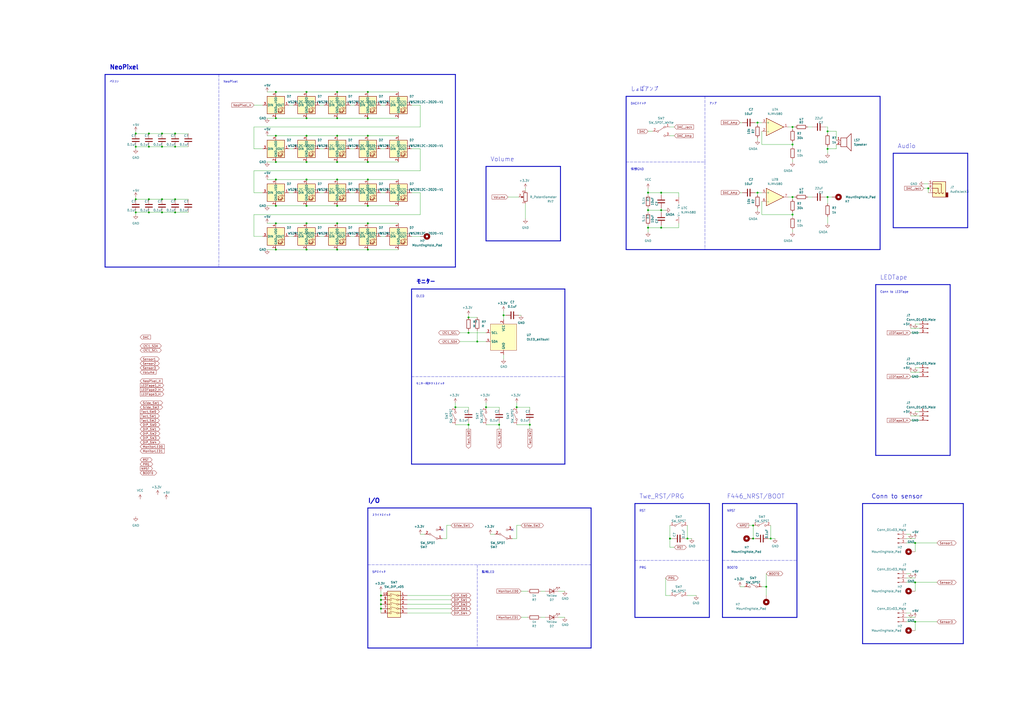
<source format=kicad_sch>
(kicad_sch (version 20211123) (generator eeschema)
  (paper "A2")
  (junction (at 78.74 85.09))
  (junction (at 292.1 182.88))
  (junction (at 93.98 85.09))
  (junction (at 459.74 73.66))
  (junction (at 375.92 121.92))
  (junction (at 220.98 350.52))
  (junction (at 160.02 93.98))
  (junction (at 177.8 119.38))
  (junction (at 101.6 85.09))
  (junction (at 289.56 246.38))
  (junction (at 195.58 129.54))
  (junction (at 93.98 123.19))
  (junction (at 160.02 53.34))
  (junction (at 177.8 129.54))
  (junction (at 281.94 236.22))
  (junction (at 195.58 78.74))
  (junction (at 213.36 119.38))
  (junction (at 271.78 184.15))
  (junction (at 444.5 340.36))
  (junction (at 160.02 104.14))
  (junction (at 93.98 77.47))
  (junction (at 530.86 360.68))
  (junction (at 177.8 68.58))
  (junction (at 78.74 115.57))
  (junction (at 213.36 129.54))
  (junction (at 271.78 246.38))
  (junction (at 86.36 115.57))
  (junction (at 220.98 353.06))
  (junction (at 220.98 345.44))
  (junction (at 383.54 121.92))
  (junction (at 195.58 68.58))
  (junction (at 447.04 312.42))
  (junction (at 276.86 198.12))
  (junction (at 307.34 246.38))
  (junction (at 375.92 132.08))
  (junction (at 459.74 114.3))
  (junction (at 213.36 68.58))
  (junction (at 86.36 123.19))
  (junction (at 375.92 111.76))
  (junction (at 264.16 236.22))
  (junction (at 538.48 109.22))
  (junction (at 86.36 85.09))
  (junction (at 160.02 78.74))
  (junction (at 101.6 123.19))
  (junction (at 299.72 236.22))
  (junction (at 439.42 111.76))
  (junction (at 177.8 144.78))
  (junction (at 160.02 119.38))
  (junction (at 177.8 104.14))
  (junction (at 480.06 114.3))
  (junction (at 383.54 111.76))
  (junction (at 78.74 77.47))
  (junction (at 78.74 123.19))
  (junction (at 213.36 53.34))
  (junction (at 93.98 115.57))
  (junction (at 439.42 71.12))
  (junction (at 530.86 337.82))
  (junction (at 195.58 119.38))
  (junction (at 160.02 68.58))
  (junction (at 480.06 76.2))
  (junction (at 388.62 312.42))
  (junction (at 177.8 78.74))
  (junction (at 86.36 77.47))
  (junction (at 213.36 78.74))
  (junction (at 195.58 144.78))
  (junction (at 177.8 53.34))
  (junction (at 195.58 53.34))
  (junction (at 213.36 93.98))
  (junction (at 398.78 312.42))
  (junction (at 459.74 83.82))
  (junction (at 101.6 77.47))
  (junction (at 530.86 314.96))
  (junction (at 160.02 129.54))
  (junction (at 213.36 104.14))
  (junction (at 195.58 104.14))
  (junction (at 101.6 115.57))
  (junction (at 177.8 93.98))
  (junction (at 480.06 86.36))
  (junction (at 383.54 132.08))
  (junction (at 459.74 124.46))
  (junction (at 220.98 347.98))
  (junction (at 195.58 93.98))
  (junction (at 271.78 193.04))
  (junction (at 436.88 312.42))
  (junction (at 160.02 144.78))
  (junction (at 213.36 144.78))
  (junction (at 436.88 304.8))
  (no_connect (at 256.54 307.34))
  (no_connect (at 297.18 307.34))
  (wire (pts (xy 375.92 121.92) (xy 383.54 121.92)))
  (wire (pts (xy 300.99 182.88) (xy 302.26 182.88)))
  (wire (pts (xy 147.32 86.36) (xy 152.4 86.36)))
  (wire (pts (xy 185.42 60.96) (xy 187.96 60.96)))
  (wire (pts (xy 101.6 77.47) (xy 109.22 77.47)))
  (wire (pts (xy 302.26 342.9) (xy 306.07 342.9)))
  (polyline (pts (xy 518.16 132.08) (xy 561.34 132.08)) (stroke (width 0.5) (type solid)))
  (wire (pts (xy 266.7 198.12) (xy 276.86 198.12)))
  (polyline (pts (xy 510.54 144.78) (xy 363.22 144.78)) (stroke (width 0.5) (type solid)))
  (wire (pts (xy 213.36 68.58) (xy 231.14 68.58)))
  (wire (pts (xy 220.98 137.16) (xy 223.52 137.16)))
  (wire (pts (xy 292.1 205.74) (xy 292.1 208.28)))
  (wire (pts (xy 160.02 93.98) (xy 177.8 93.98)))
  (wire (pts (xy 78.74 123.19) (xy 78.74 124.46)))
  (wire (pts (xy 147.32 73.66) (xy 147.32 86.36)))
  (wire (pts (xy 444.5 340.36) (xy 441.96 340.36)))
  (wire (pts (xy 160.02 119.38) (xy 177.8 119.38)))
  (wire (pts (xy 167.64 86.36) (xy 170.18 86.36)))
  (wire (pts (xy 281.94 233.68) (xy 281.94 236.22)))
  (wire (pts (xy 530.86 335.28) (xy 525.78 335.28)))
  (wire (pts (xy 195.58 144.78) (xy 213.36 144.78)))
  (wire (pts (xy 383.54 111.76) (xy 383.54 113.03)))
  (wire (pts (xy 195.58 129.54) (xy 213.36 129.54)))
  (wire (pts (xy 439.42 120.65) (xy 439.42 121.92)))
  (wire (pts (xy 398.78 304.8) (xy 398.78 312.42)))
  (polyline (pts (xy 419.1 358.14) (xy 462.28 358.14)) (stroke (width 0.5) (type solid)))
  (wire (pts (xy 271.78 236.22) (xy 271.78 237.49)))
  (wire (pts (xy 391.16 317.5) (xy 388.62 317.5)))
  (wire (pts (xy 383.54 120.65) (xy 383.54 121.92)))
  (wire (pts (xy 271.78 193.04) (xy 281.94 193.04)))
  (wire (pts (xy 530.86 213.36) (xy 533.4 213.36)))
  (wire (pts (xy 147.32 137.16) (xy 152.4 137.16)))
  (wire (pts (xy 147.32 124.46) (xy 147.32 137.16)))
  (wire (pts (xy 154.94 78.74) (xy 160.02 78.74)))
  (wire (pts (xy 238.76 86.36) (xy 243.84 86.36)))
  (wire (pts (xy 304.8 118.11) (xy 304.8 127)))
  (wire (pts (xy 398.78 312.42) (xy 397.51 312.42)))
  (wire (pts (xy 238.76 60.96) (xy 243.84 60.96)))
  (wire (pts (xy 383.54 121.92) (xy 383.54 123.19)))
  (polyline (pts (xy 60.96 154.94) (xy 264.16 154.94)) (stroke (width 0.5) (type solid)))
  (wire (pts (xy 459.74 73.66) (xy 461.01 73.66)))
  (wire (pts (xy 78.74 114.3) (xy 78.74 115.57)))
  (wire (pts (xy 528.32 241.3) (xy 533.4 241.3)))
  (wire (pts (xy 289.56 236.22) (xy 289.56 237.49)))
  (wire (pts (xy 264.16 233.68) (xy 264.16 236.22)))
  (wire (pts (xy 177.8 119.38) (xy 195.58 119.38)))
  (polyline (pts (xy 213.36 294.64) (xy 342.9 294.64)) (stroke (width 0.5) (type solid)))
  (wire (pts (xy 236.22 353.06) (xy 261.62 353.06)))
  (polyline (pts (xy 281.94 96.52) (xy 325.12 96.52)) (stroke (width 0.5) (type solid)))
  (wire (pts (xy 307.34 246.38) (xy 299.72 246.38)))
  (polyline (pts (xy 264.16 154.94) (xy 264.16 43.18)) (stroke (width 0.5) (type solid)))
  (wire (pts (xy 429.26 111.76) (xy 430.53 111.76)))
  (polyline (pts (xy 500.38 292.1) (xy 558.8 292.1)) (stroke (width 0.5) (type solid)))
  (wire (pts (xy 441.96 124.46) (xy 459.74 124.46)))
  (wire (pts (xy 78.74 123.19) (xy 86.36 123.19)))
  (wire (pts (xy 203.2 111.76) (xy 205.74 111.76)))
  (wire (pts (xy 393.7 132.08) (xy 383.54 132.08)))
  (wire (pts (xy 177.8 68.58) (xy 195.58 68.58)))
  (wire (pts (xy 459.74 114.3) (xy 461.01 114.3)))
  (wire (pts (xy 447.04 304.8) (xy 447.04 312.42)))
  (wire (pts (xy 459.74 83.82) (xy 459.74 82.55)))
  (wire (pts (xy 292.1 182.88) (xy 292.1 185.42)))
  (wire (pts (xy 375.92 120.65) (xy 375.92 121.92)))
  (polyline (pts (xy 281.94 96.52) (xy 281.94 139.7)) (stroke (width 0.5) (type solid)))
  (polyline (pts (xy 127 43.18) (xy 127 154.94)))
  (wire (pts (xy 284.48 309.88) (xy 287.02 309.88)))
  (wire (pts (xy 236.22 350.52) (xy 261.62 350.52)))
  (wire (pts (xy 154.94 53.34) (xy 160.02 53.34)))
  (wire (pts (xy 375.92 111.76) (xy 375.92 113.03)))
  (wire (pts (xy 313.69 342.9) (xy 316.23 342.9)))
  (wire (pts (xy 307.34 236.22) (xy 299.72 236.22)))
  (wire (pts (xy 480.06 76.2) (xy 480.06 77.47)))
  (wire (pts (xy 438.15 111.76) (xy 439.42 111.76)))
  (wire (pts (xy 101.6 123.19) (xy 109.22 123.19)))
  (wire (pts (xy 441.96 83.82) (xy 459.74 83.82)))
  (polyline (pts (xy 508 165.1) (xy 551.18 165.1)) (stroke (width 0.5) (type solid)))
  (wire (pts (xy 185.42 86.36) (xy 187.96 86.36)))
  (wire (pts (xy 213.36 104.14) (xy 231.14 104.14)))
  (wire (pts (xy 160.02 68.58) (xy 177.8 68.58)))
  (polyline (pts (xy 325.12 139.7) (xy 325.12 96.52)) (stroke (width 0.5) (type solid)))
  (polyline (pts (xy 238.76 218.44) (xy 327.66 218.44)))
  (wire (pts (xy 535.94 106.68) (xy 538.48 106.68)))
  (wire (pts (xy 459.74 83.82) (xy 459.74 85.09)))
  (wire (pts (xy 177.8 53.34) (xy 195.58 53.34)))
  (polyline (pts (xy 419.1 292.1) (xy 462.28 292.1)) (stroke (width 0.5) (type solid)))
  (polyline (pts (xy 368.3 325.12) (xy 411.48 325.12)))
  (wire (pts (xy 528.32 215.9) (xy 533.4 215.9)))
  (wire (pts (xy 167.64 111.76) (xy 170.18 111.76)))
  (polyline (pts (xy 60.96 43.18) (xy 264.16 43.18)) (stroke (width 0.5) (type solid)))
  (wire (pts (xy 459.74 124.46) (xy 459.74 125.73)))
  (wire (pts (xy 530.86 314.96) (xy 530.86 320.04)))
  (wire (pts (xy 297.18 312.42) (xy 299.72 312.42)))
  (wire (pts (xy 256.54 312.42) (xy 259.08 312.42)))
  (wire (pts (xy 160.02 104.14) (xy 177.8 104.14)))
  (wire (pts (xy 468.63 114.3) (xy 471.17 114.3)))
  (polyline (pts (xy 518.16 88.9) (xy 561.34 88.9)) (stroke (width 0.5) (type solid)))
  (polyline (pts (xy 368.3 358.14) (xy 411.48 358.14)) (stroke (width 0.5) (type solid)))
  (wire (pts (xy 276.86 198.12) (xy 281.94 198.12)))
  (wire (pts (xy 195.58 78.74) (xy 213.36 78.74)))
  (wire (pts (xy 393.7 111.76) (xy 383.54 111.76)))
  (wire (pts (xy 530.86 337.82) (xy 530.86 342.9)))
  (wire (pts (xy 528.32 309.88) (xy 525.78 309.88)))
  (wire (pts (xy 195.58 68.58) (xy 213.36 68.58)))
  (wire (pts (xy 530.86 238.76) (xy 533.4 238.76)))
  (wire (pts (xy 478.79 73.66) (xy 480.06 73.66)))
  (wire (pts (xy 289.56 236.22) (xy 281.94 236.22)))
  (wire (pts (xy 439.42 111.76) (xy 439.42 113.03)))
  (wire (pts (xy 203.2 60.96) (xy 205.74 60.96)))
  (polyline (pts (xy 213.36 375.92) (xy 213.36 294.64)) (stroke (width 0.5) (type solid)))
  (wire (pts (xy 441.96 116.84) (xy 441.96 124.46)))
  (polyline (pts (xy 561.34 132.08) (xy 561.34 88.9)) (stroke (width 0.5) (type solid)))
  (wire (pts (xy 289.56 246.38) (xy 289.56 245.11)))
  (wire (pts (xy 220.98 345.44) (xy 220.98 347.98)))
  (wire (pts (xy 238.76 111.76) (xy 243.84 111.76)))
  (wire (pts (xy 375.92 109.22) (xy 375.92 111.76)))
  (wire (pts (xy 388.62 78.74) (xy 391.16 78.74)))
  (wire (pts (xy 93.98 85.09) (xy 101.6 85.09)))
  (wire (pts (xy 530.86 312.42) (xy 525.78 312.42)))
  (wire (pts (xy 220.98 342.9) (xy 220.98 345.44)))
  (polyline (pts (xy 213.36 375.92) (xy 342.9 375.92)) (stroke (width 0.5) (type solid)))
  (polyline (pts (xy 238.76 167.64) (xy 327.66 167.64)) (stroke (width 0.5) (type solid)))
  (wire (pts (xy 271.78 236.22) (xy 264.16 236.22)))
  (wire (pts (xy 383.54 121.92) (xy 386.08 121.92)))
  (polyline (pts (xy 60.96 43.18) (xy 60.96 154.94)) (stroke (width 0.5) (type solid)))
  (wire (pts (xy 323.85 358.14) (xy 327.66 358.14)))
  (wire (pts (xy 147.32 99.06) (xy 147.32 111.76)))
  (wire (pts (xy 271.78 182.88) (xy 271.78 184.15)))
  (wire (pts (xy 528.32 190.5) (xy 533.4 190.5)))
  (wire (pts (xy 78.74 85.09) (xy 86.36 85.09)))
  (wire (pts (xy 447.04 312.42) (xy 449.58 312.42)))
  (wire (pts (xy 530.86 360.68) (xy 525.78 360.68)))
  (wire (pts (xy 439.42 71.12) (xy 439.42 72.39)))
  (wire (pts (xy 243.84 86.36) (xy 243.84 99.06)))
  (wire (pts (xy 243.84 309.88) (xy 246.38 309.88)))
  (wire (pts (xy 195.58 104.14) (xy 213.36 104.14)))
  (wire (pts (xy 220.98 353.06) (xy 220.98 355.6)))
  (wire (pts (xy 375.92 76.2) (xy 378.46 76.2)))
  (polyline (pts (xy 327.66 269.24) (xy 327.66 167.64)) (stroke (width 0.5) (type solid)))
  (wire (pts (xy 93.98 77.47) (xy 101.6 77.47)))
  (wire (pts (xy 459.74 115.57) (xy 459.74 114.3)))
  (wire (pts (xy 386.08 335.28) (xy 386.08 345.44)))
  (wire (pts (xy 266.7 193.04) (xy 271.78 193.04)))
  (wire (pts (xy 213.36 144.78) (xy 231.14 144.78)))
  (wire (pts (xy 386.08 345.44) (xy 388.62 345.44)))
  (wire (pts (xy 154.94 68.58) (xy 160.02 68.58)))
  (wire (pts (xy 434.34 304.8) (xy 436.88 304.8)))
  (wire (pts (xy 213.36 53.34) (xy 231.14 53.34)))
  (wire (pts (xy 160.02 78.74) (xy 177.8 78.74)))
  (wire (pts (xy 307.34 246.38) (xy 307.34 245.11)))
  (wire (pts (xy 292.1 182.88) (xy 293.37 182.88)))
  (wire (pts (xy 86.36 115.57) (xy 93.98 115.57)))
  (polyline (pts (xy 551.18 165.1) (xy 551.18 264.16)) (stroke (width 0.5) (type solid)))
  (wire (pts (xy 177.8 104.14) (xy 195.58 104.14)))
  (wire (pts (xy 220.98 350.52) (xy 220.98 353.06)))
  (wire (pts (xy 485.14 83.82) (xy 485.14 86.36)))
  (wire (pts (xy 220.98 86.36) (xy 223.52 86.36)))
  (wire (pts (xy 167.64 60.96) (xy 170.18 60.96)))
  (polyline (pts (xy 276.86 327.66) (xy 276.86 375.92)))
  (wire (pts (xy 147.32 60.96) (xy 152.4 60.96)))
  (wire (pts (xy 236.22 345.44) (xy 261.62 345.44)))
  (wire (pts (xy 313.69 358.14) (xy 316.23 358.14)))
  (polyline (pts (xy 500.38 292.1) (xy 500.38 373.38)) (stroke (width 0.5) (type solid)))
  (wire (pts (xy 436.88 312.42) (xy 438.15 312.42)))
  (wire (pts (xy 375.92 132.08) (xy 375.92 134.62)))
  (polyline (pts (xy 500.38 373.38) (xy 558.8 373.38)) (stroke (width 0.5) (type solid)))
  (wire (pts (xy 185.42 137.16) (xy 187.96 137.16)))
  (wire (pts (xy 195.58 119.38) (xy 213.36 119.38)))
  (wire (pts (xy 220.98 347.98) (xy 220.98 350.52)))
  (wire (pts (xy 185.42 111.76) (xy 187.96 111.76)))
  (wire (pts (xy 101.6 115.57) (xy 109.22 115.57)))
  (wire (pts (xy 195.58 93.98) (xy 213.36 93.98)))
  (wire (pts (xy 447.04 312.42) (xy 445.77 312.42)))
  (polyline (pts (xy 408.94 93.98) (xy 408.94 55.88)))
  (wire (pts (xy 213.36 93.98) (xy 231.14 93.98)))
  (wire (pts (xy 444.5 332.74) (xy 444.5 340.36)))
  (wire (pts (xy 154.94 144.78) (xy 160.02 144.78)))
  (polyline (pts (xy 558.8 373.38) (xy 558.8 292.1)) (stroke (width 0.5) (type solid)))
  (wire (pts (xy 480.06 86.36) (xy 480.06 88.9)))
  (wire (pts (xy 259.08 304.8) (xy 259.08 312.42)))
  (wire (pts (xy 307.34 246.38) (xy 307.34 248.92)))
  (wire (pts (xy 393.7 114.3) (xy 393.7 111.76)))
  (wire (pts (xy 213.36 78.74) (xy 231.14 78.74)))
  (wire (pts (xy 220.98 111.76) (xy 223.52 111.76)))
  (wire (pts (xy 388.62 73.66) (xy 391.16 73.66)))
  (wire (pts (xy 528.32 193.04) (xy 533.4 193.04)))
  (wire (pts (xy 154.94 104.14) (xy 160.02 104.14)))
  (wire (pts (xy 195.58 53.34) (xy 213.36 53.34)))
  (wire (pts (xy 538.48 109.22) (xy 538.48 111.76)))
  (wire (pts (xy 530.86 360.68) (xy 543.56 360.68)))
  (wire (pts (xy 528.32 332.74) (xy 525.78 332.74)))
  (wire (pts (xy 480.06 114.3) (xy 480.06 118.11)))
  (wire (pts (xy 271.78 191.77) (xy 271.78 193.04)))
  (polyline (pts (xy 363.22 55.88) (xy 510.54 55.88)) (stroke (width 0.5) (type solid)))
  (wire (pts (xy 530.86 360.68) (xy 530.86 365.76)))
  (wire (pts (xy 429.26 71.12) (xy 430.53 71.12)))
  (wire (pts (xy 528.32 218.44) (xy 533.4 218.44)))
  (wire (pts (xy 375.92 130.81) (xy 375.92 132.08)))
  (wire (pts (xy 528.32 243.84) (xy 533.4 243.84)))
  (wire (pts (xy 459.74 124.46) (xy 459.74 123.19)))
  (wire (pts (xy 160.02 53.34) (xy 177.8 53.34)))
  (wire (pts (xy 429.26 340.36) (xy 431.8 340.36)))
  (wire (pts (xy 323.85 342.9) (xy 327.66 342.9)))
  (wire (pts (xy 530.86 187.96) (xy 533.4 187.96)))
  (wire (pts (xy 299.72 233.68) (xy 299.72 236.22)))
  (wire (pts (xy 436.88 304.8) (xy 436.88 312.42)))
  (wire (pts (xy 220.98 60.96) (xy 223.52 60.96)))
  (wire (pts (xy 86.36 85.09) (xy 93.98 85.09)))
  (wire (pts (xy 302.26 358.14) (xy 306.07 358.14)))
  (wire (pts (xy 78.74 85.09) (xy 78.74 86.36)))
  (wire (pts (xy 86.36 77.47) (xy 93.98 77.47)))
  (wire (pts (xy 271.78 184.15) (xy 276.86 184.15)))
  (wire (pts (xy 243.84 60.96) (xy 243.84 73.66)))
  (wire (pts (xy 243.84 99.06) (xy 147.32 99.06)))
  (wire (pts (xy 289.56 246.38) (xy 281.94 246.38)))
  (wire (pts (xy 438.15 71.12) (xy 439.42 71.12)))
  (polyline (pts (xy 238.76 269.24) (xy 327.66 269.24)) (stroke (width 0.5) (type solid)))
  (wire (pts (xy 304.8 109.22) (xy 304.8 110.49)))
  (wire (pts (xy 530.86 314.96) (xy 543.56 314.96)))
  (wire (pts (xy 243.84 111.76) (xy 243.84 124.46)))
  (wire (pts (xy 480.06 85.09) (xy 480.06 86.36)))
  (wire (pts (xy 167.64 137.16) (xy 170.18 137.16)))
  (wire (pts (xy 388.62 312.42) (xy 389.89 312.42)))
  (wire (pts (xy 388.62 312.42) (xy 388.62 317.5)))
  (polyline (pts (xy 342.9 375.92) (xy 342.9 294.64)) (stroke (width 0.5) (type solid)))
  (wire (pts (xy 383.54 130.81) (xy 383.54 132.08)))
  (polyline (pts (xy 238.76 167.64) (xy 238.76 269.24)) (stroke (width 0.5) (type solid)))
  (wire (pts (xy 299.72 304.8) (xy 299.72 312.42)))
  (wire (pts (xy 243.84 124.46) (xy 147.32 124.46)))
  (wire (pts (xy 530.86 337.82) (xy 525.78 337.82)))
  (wire (pts (xy 177.8 93.98) (xy 195.58 93.98)))
  (wire (pts (xy 236.22 347.98) (xy 261.62 347.98)))
  (polyline (pts (xy 408.94 93.98) (xy 408.94 144.78)))
  (wire (pts (xy 177.8 144.78) (xy 195.58 144.78)))
  (wire (pts (xy 261.62 304.8) (xy 259.08 304.8)))
  (wire (pts (xy 177.8 129.54) (xy 195.58 129.54)))
  (wire (pts (xy 398.78 312.42) (xy 401.32 312.42)))
  (wire (pts (xy 203.2 86.36) (xy 205.74 86.36)))
  (wire (pts (xy 78.74 77.47) (xy 86.36 77.47)))
  (wire (pts (xy 530.86 358.14) (xy 525.78 358.14)))
  (wire (pts (xy 289.56 246.38) (xy 289.56 248.92)))
  (wire (pts (xy 485.14 76.2) (xy 480.06 76.2)))
  (wire (pts (xy 271.78 246.38) (xy 264.16 246.38)))
  (wire (pts (xy 478.79 114.3) (xy 480.06 114.3)))
  (wire (pts (xy 78.74 115.57) (xy 86.36 115.57)))
  (wire (pts (xy 243.84 73.66) (xy 147.32 73.66)))
  (wire (pts (xy 441.96 76.2) (xy 441.96 83.82)))
  (wire (pts (xy 147.32 111.76) (xy 152.4 111.76)))
  (wire (pts (xy 271.78 246.38) (xy 271.78 245.11)))
  (wire (pts (xy 439.42 80.01) (xy 439.42 81.28)))
  (wire (pts (xy 271.78 246.38) (xy 271.78 248.92)))
  (polyline (pts (xy 462.28 358.14) (xy 462.28 292.1)) (stroke (width 0.5) (type solid)))
  (wire (pts (xy 307.34 236.22) (xy 307.34 237.49)))
  (wire (pts (xy 236.22 355.6) (xy 261.62 355.6)))
  (wire (pts (xy 459.74 73.66) (xy 457.2 73.66)))
  (polyline (pts (xy 551.18 264.16) (xy 508 264.16)) (stroke (width 0.5) (type solid)))
  (polyline (pts (xy 510.54 55.88) (xy 510.54 144.78)) (stroke (width 0.5) (type solid)))
  (polyline (pts (xy 281.94 139.7) (xy 325.12 139.7)) (stroke (width 0.5) (type solid)))
  (wire (pts (xy 535.94 109.22) (xy 538.48 109.22)))
  (wire (pts (xy 439.42 71.12) (xy 441.96 71.12)))
  (wire (pts (xy 93.98 123.19) (xy 101.6 123.19)))
  (wire (pts (xy 292.1 180.34) (xy 292.1 182.88)))
  (wire (pts (xy 375.92 121.92) (xy 375.92 123.19)))
  (wire (pts (xy 203.2 137.16) (xy 205.74 137.16)))
  (wire (pts (xy 459.74 74.93) (xy 459.74 73.66)))
  (wire (pts (xy 485.14 81.28) (xy 485.14 76.2)))
  (wire (pts (xy 393.7 129.54) (xy 393.7 132.08)))
  (wire (pts (xy 101.6 85.09) (xy 109.22 85.09)))
  (polyline (pts (xy 518.16 88.9) (xy 518.16 132.08)) (stroke (width 0.5) (type solid)))
  (polyline (pts (xy 363.22 144.78) (xy 363.22 55.88)) (stroke (width 0.5) (type solid)))
  (polyline (pts (xy 213.36 327.66) (xy 342.9 327.66)))
  (wire (pts (xy 439.42 111.76) (xy 441.96 111.76)))
  (wire (pts (xy 480.06 73.66) (xy 480.06 76.2)))
  (wire (pts (xy 294.64 114.3) (xy 300.99 114.3)))
  (wire (pts (xy 468.63 73.66) (xy 471.17 73.66)))
  (wire (pts (xy 78.74 76.2) (xy 78.74 77.47)))
  (polyline (pts (xy 508 264.16) (xy 508 165.1)) (stroke (width 0.5) (type solid)))
  (polyline (pts (xy 363.22 93.98) (xy 408.94 93.98)))
  (wire (pts (xy 480.06 125.73) (xy 480.06 129.54)))
  (wire (pts (xy 383.54 132.08) (xy 375.92 132.08)))
  (wire (pts (xy 530.86 337.82) (xy 543.56 337.82)))
  (wire (pts (xy 459.74 114.3) (xy 457.2 114.3)))
  (wire (pts (xy 480.06 114.3) (xy 482.6 114.3)))
  (wire (pts (xy 160.02 129.54) (xy 177.8 129.54)))
  (wire (pts (xy 238.76 137.16) (xy 243.84 137.16)))
  (wire (pts (xy 213.36 129.54) (xy 231.14 129.54)))
  (wire (pts (xy 276.86 191.77) (xy 276.86 198.12)))
  (wire (pts (xy 383.54 111.76) (xy 375.92 111.76)))
  (polyline (pts (xy 419.1 325.12) (xy 462.28 325.12)))
  (wire (pts (xy 154.94 93.98) (xy 160.02 93.98)))
  (polyline (pts (xy 419.1 292.1) (xy 419.1 358.14)) (stroke (width 0.5) (type solid)))
  (wire (pts (xy 444.5 340.36) (xy 444.5 345.44)))
  (wire (pts (xy 459.74 92.71) (xy 459.74 93.98)))
  (wire (pts (xy 530.86 314.96) (xy 525.78 314.96)))
  (wire (pts (xy 154.94 119.38) (xy 160.02 119.38)))
  (polyline (pts (xy 411.48 358.14) (xy 411.48 292.1)) (stroke (width 0.5) (type solid)))
  (wire (pts (xy 86.36 123.19) (xy 93.98 123.19)))
  (polyline (pts (xy 368.3 292.1) (xy 411.48 292.1)) (stroke (width 0.5) (type solid)))
  (polyline (pts (xy 368.3 292.1) (xy 368.3 358.14)) (stroke (width 0.5) (type solid)))
  (wire (pts (xy 154.94 129.54) (xy 160.02 129.54)))
  (wire (pts (xy 177.8 78.74) (xy 195.58 78.74)))
  (wire (pts (xy 459.74 133.35) (xy 459.74 134.62)))
  (wire (pts (xy 398.78 345.44) (xy 403.86 345.44)))
  (wire (pts (xy 302.26 304.8) (xy 299.72 304.8)))
  (wire (pts (xy 485.14 86.36) (xy 480.06 86.36)))
  (wire (pts (xy 160.02 144.78) (xy 177.8 144.78)))
  (wire (pts (xy 388.62 304.8) (xy 388.62 312.42)))
  (wire (pts (xy 528.32 355.6) (xy 525.78 355.6)))
  (wire (pts (xy 213.36 119.38) (xy 231.14 119.38)))
  (wire (pts (xy 93.98 115.57) (xy 101.6 115.57)))
  (text "仮想GND" (at 365.76 99.06 0) (effects (font (size 1.27 1.27)) (justify left bottom)))
  (text "RST" (at 370.84 297.18 0) (effects (font (size 1.27 1.27)) (justify left bottom)))
  (text "F446_NRST/BOOT" (at 421.64 289.56 0) (effects (font (size 2.54 2.54)) (justify left bottom)))
  (text "NeoPixel" (at 63.5 40.64 0) (effects (font (size 2.54 2.54) (thickness 0.508) bold) (justify left bottom)))
  (text "Conn to sensor" (at 505.46 289.56 0) (effects (font (size 2.54 2.54) (thickness 0.254) bold) (justify left bottom)))
  (text "BOOT0" (at 421.64 330.2 0) (effects (font (size 1.27 1.27)) (justify left bottom)))
  (text "I/O" (at 213.36 292.1 0) (effects (font (size 2.54 2.54) (thickness 0.508) bold) (justify left bottom)))
  (text "OLED" (at 241.3 172.72 0) (effects (font (size 1.27 1.27)) (justify left bottom)))
  (text "しょぼアンプ" (at 365.76 53.34 0) (effects (font (size 2.54 2.54)) (justify left bottom)))
  (text "スライドスイッチ" (at 215.9 299.72 0) (effects (font (size 1.27 1.27)) (justify left bottom)))
  (text "PRG" (at 370.84 330.2 0) (effects (font (size 1.27 1.27)) (justify left bottom)))
  (text "監視LED" (at 279.4 332.74 0) (effects (font (size 1.27 1.27)) (justify left bottom)))
  (text "Conn to LEDTape" (at 510.54 170.18 0) (effects (font (size 1.27 1.27)) (justify left bottom)))
  (text "DACスイッチ" (at 365.76 60.96 0) (effects (font (size 1.27 1.27)) (justify left bottom)))
  (text "NeoPixel" (at 129.54 48.26 0) (effects (font (size 1.27 1.27)) (justify left bottom)))
  (text "Twe_RST/PRG" (at 370.84 289.56 0) (effects (font (size 2.54 2.54)) (justify left bottom)))
  (text "NRST" (at 421.64 297.18 0) (effects (font (size 1.27 1.27)) (justify left bottom)))
  (text "アンプ" (at 411.48 60.96 0) (effects (font (size 1.27 1.27)) (justify left bottom)))
  (text "LEDTape" (at 510.54 162.56 0) (effects (font (size 2.54 2.54)) (justify left bottom)))
  (text "モニター" (at 241.3 165.1 0) (effects (font (size 2.54 2.54) (thickness 0.508) bold) (justify left bottom)))
  (text "5Pスイッチ" (at 215.9 332.74 0) (effects (font (size 1.27 1.27)) (justify left bottom)))
  (text "モニター用タクトスイッチ" (at 241.3 223.52 0) (effects (font (size 1.27 1.27)) (justify left bottom)))
  (text "パスコン" (at 63.5 48.26 0) (effects (font (size 1.27 1.27)) (justify left bottom)))
  (text "Volume" (at 284.48 93.98 0) (effects (font (size 2.54 2.54)) (justify left bottom)))
  (text "Audio" (at 520.7 86.36 0) (effects (font (size 2.54 2.54)) (justify left bottom)))
  (global_label "MonitorLED0" (shape input) (at 302.26 342.9 180) (property "Intersheet References" "${INTERSHEET_REFS}" (effects hide)))
  (global_label "RST" (shape bidirectional) (at 391.16 317.5 0) (property "Intersheet References" "${INTERSHEET_REFS}" (effects hide)))
  (global_label "Slide_SW2" (shape bidirectional) (at 302.26 304.8 0) (property "Intersheet References" "${INTERSHEET_REFS}" (effects hide)))
  (global_label "NeoPixel_H" (shape input) (at 81.28 220.98 0) (property "Intersheet References" "${INTERSHEET_REFS}" (effects hide)))
  (global_label "DIP_SW3" (shape bidirectional) (at 261.62 353.06 0) (property "Intersheet References" "${INTERSHEET_REFS}" (effects hide)))
  (global_label "Sensor2" (shape bidirectional) (at 543.56 337.82 0) (property "Intersheet References" "${INTERSHEET_REFS}" (effects hide)))
  (global_label "Volume" (shape input) (at 294.64 114.3 180) (property "Intersheet References" "${INTERSHEET_REFS}" (effects hide)))
  (global_label "BOOT0" (shape bidirectional) (at 81.28 274.32 0) (property "Intersheet References" "${INTERSHEET_REFS}" (effects hide)))
  (global_label "DAC" (shape input) (at 375.92 76.2 180) (property "Intersheet References" "${INTERSHEET_REFS}" (effects hide)))
  (global_label "PRG" (shape bidirectional) (at 81.28 269.24 0) (property "Intersheet References" "${INTERSHEET_REFS}" (effects hide)))
  (global_label "NeoPixel_H" (shape input) (at 147.32 60.96 180) (property "Intersheet References" "${INTERSHEET_REFS}" (effects hide)))
  (global_label "Sensor2" (shape bidirectional) (at 81.28 210.82 0) (property "Intersheet References" "${INTERSHEET_REFS}" (effects hide)))
  (global_label "Slide_SW2" (shape bidirectional) (at 81.28 236.22 0) (property "Intersheet References" "${INTERSHEET_REFS}" (effects hide)))
  (global_label "Sensor1" (shape bidirectional) (at 543.56 314.96 0) (property "Intersheet References" "${INTERSHEET_REFS}" (effects hide)))
  (global_label "RST" (shape bidirectional) (at 81.28 266.7 0) (property "Intersheet References" "${INTERSHEET_REFS}" (effects hide)))
  (global_label "Tact_SW2" (shape output) (at 81.28 243.84 0) (property "Intersheet References" "${INTERSHEET_REFS}" (effects hide)))
  (global_label "Tact_SW1" (shape output) (at 289.56 248.92 270) (property "Intersheet References" "${INTERSHEET_REFS}" (effects hide)))
  (global_label "MonitorLED0" (shape input) (at 81.28 259.08 0) (property "Intersheet References" "${INTERSHEET_REFS}" (effects hide)))
  (global_label "NRST" (shape output) (at 434.34 304.8 180) (property "Intersheet References" "${INTERSHEET_REFS}" (effects hide)))
  (global_label "I2C1_SCL" (shape bidirectional) (at 266.7 193.04 180) (property "Intersheet References" "${INTERSHEET_REFS}" (effects hide)))
  (global_label "I2C1_SDA" (shape bidirectional) (at 266.7 198.12 180) (property "Intersheet References" "${INTERSHEET_REFS}" (effects hide)))
  (global_label "Tact_SW2" (shape output) (at 307.34 248.92 270) (property "Intersheet References" "${INTERSHEET_REFS}" (effects hide)))
  (global_label "MonitorLED1" (shape input) (at 81.28 261.62 0) (property "Intersheet References" "${INTERSHEET_REFS}" (effects hide)))
  (global_label "DAC_Amp" (shape input) (at 391.16 78.74 0) (property "Intersheet References" "${INTERSHEET_REFS}" (effects hide)))
  (global_label "Tact_SW0" (shape output) (at 271.78 248.92 270) (property "Intersheet References" "${INTERSHEET_REFS}" (effects hide)))
  (global_label "Slide_SW1" (shape bidirectional) (at 81.28 233.68 0) (property "Intersheet References" "${INTERSHEET_REFS}" (effects hide)))
  (global_label "Sensor3" (shape bidirectional) (at 81.28 213.36 0) (property "Intersheet References" "${INTERSHEET_REFS}" (effects hide)))
  (global_label "DAC_Amp" (shape input) (at 429.26 71.12 180) (property "Intersheet References" "${INTERSHEET_REFS}" (effects hide)))
  (global_label "BOOT0" (shape bidirectional) (at 444.5 332.74 0) (property "Intersheet References" "${INTERSHEET_REFS}" (effects hide)))
  (global_label "MonitorLED1" (shape input) (at 302.26 358.14 180) (property "Intersheet References" "${INTERSHEET_REFS}" (effects hide)))
  (global_label "DIP_SW0" (shape bidirectional) (at 81.28 246.38 0) (property "Intersheet References" "${INTERSHEET_REFS}" (effects hide)))
  (global_label "DAC" (shape input) (at 81.28 195.58 0) (property "Intersheet References" "${INTERSHEET_REFS}" (effects hide)))
  (global_label "DAC_Jack" (shape input) (at 535.94 109.22 180) (property "Intersheet References" "${INTERSHEET_REFS}" (effects hide)))
  (global_label "DIP_SW2" (shape bidirectional) (at 81.28 251.46 0) (property "Intersheet References" "${INTERSHEET_REFS}" (effects hide)))
  (global_label "I2C1_SDA" (shape bidirectional) (at 81.28 200.66 0) (property "Intersheet References" "${INTERSHEET_REFS}" (effects hide)))
  (global_label "DIP_SW1" (shape bidirectional) (at 261.62 347.98 0) (property "Intersheet References" "${INTERSHEET_REFS}" (effects hide)))
  (global_label "NRST" (shape output) (at 81.28 271.78 0) (property "Intersheet References" "${INTERSHEET_REFS}" (effects hide)))
  (global_label "DIP_SW4" (shape bidirectional) (at 261.62 355.6 0) (property "Intersheet References" "${INTERSHEET_REFS}" (effects hide)))
  (global_label "I2C1_SCL" (shape bidirectional) (at 81.28 203.2 0) (property "Intersheet References" "${INTERSHEET_REFS}" (effects hide)))
  (global_label "Volume" (shape input) (at 81.28 215.9 0) (property "Intersheet References" "${INTERSHEET_REFS}" (effects hide)))
  (global_label "DAC_Amp" (shape input) (at 429.26 111.76 180) (property "Intersheet References" "${INTERSHEET_REFS}" (effects hide)))
  (global_label "Tact_SW0" (shape output) (at 81.28 238.76 0) (property "Intersheet References" "${INTERSHEET_REFS}" (effects hide)))
  (global_label "DIP_SW2" (shape bidirectional) (at 261.62 350.52 0) (property "Intersheet References" "${INTERSHEET_REFS}" (effects hide)))
  (global_label "DIP_SW4" (shape bidirectional) (at 81.28 256.54 0) (property "Intersheet References" "${INTERSHEET_REFS}" (effects hide)))
  (global_label "DIP_SW3" (shape bidirectional) (at 81.28 254 0) (property "Intersheet References" "${INTERSHEET_REFS}" (effects hide)))
  (global_label "Sensor1" (shape bidirectional) (at 81.28 208.28 0) (property "Intersheet References" "${INTERSHEET_REFS}" (effects hide)))
  (global_label "Slide_SW1" (shape bidirectional) (at 261.62 304.8 0) (property "Intersheet References" "${INTERSHEET_REFS}" (effects hide)))
  (global_label "Sensor3" (shape bidirectional) (at 543.56 360.68 0) (property "Intersheet References" "${INTERSHEET_REFS}" (effects hide)))
  (global_label "PRG" (shape bidirectional) (at 386.08 335.28 0) (property "Intersheet References" "${INTERSHEET_REFS}" (effects hide)))
  (global_label "DAC_Jack" (shape input) (at 391.16 73.66 0) (property "Intersheet References" "${INTERSHEET_REFS}" (effects hide)))
  (global_label "LEDTape1_H" (shape input) (at 528.32 193.04 180) (property "Intersheet References" "${INTERSHEET_REFS}" (effects hide)))
  (global_label "LEDTape3_H" (shape output) (at 81.28 228.6 0) (property "Intersheet References" "${INTERSHEET_REFS}" (effects hide)))
  (global_label "LEDTape2_H" (shape output) (at 81.28 226.06 0) (property "Intersheet References" "${INTERSHEET_REFS}" (effects hide)))
  (global_label "DIP_SW0" (shape bidirectional) (at 261.62 345.44 0) (property "Intersheet References" "${INTERSHEET_REFS}" (effects hide)))
  (global_label "DIP_SW1" (shape bidirectional) (at 81.28 248.92 0) (property "Intersheet References" "${INTERSHEET_REFS}" (effects hide)))
  (global_label "LEDTape2_H" (shape input) (at 528.32 218.44 180) (property "Intersheet References" "${INTERSHEET_REFS}" (effects hide)))
  (global_label "LEDTape1_H" (shape output) (at 81.28 223.52 0) (property "Intersheet References" "${INTERSHEET_REFS}" (effects hide)))
  (global_label "LEDTape3_H" (shape input) (at 528.32 243.84 180) (property "Intersheet References" "${INTERSHEET_REFS}" (effects hide)))
  (global_label "Tact_SW1" (shape output) (at 81.28 241.3 0) (property "Intersheet References" "${INTERSHEET_REFS}" (effects hide)))
  (symbol (lib_id "NeoPixel:WS2812C-2020-V1") (at 195.58 111.76 0) (unit 1)
    (property "Reference" "D?" (at 203.2 106.68 0))
    (property "Value" "WS2812C-2020-V1" (at 212.09 109.9693 0))
    (property "Footprint" "NeoPixel:WS2812C-2020-V1" (effects hide))
  )
  (symbol (lib_id "Switch:SW_SPDT") (at 292.1 309.88 0) (mirror x) (unit 1)
    (property "Reference" "SW?" (at 284.48 317.2714 0) (effects (justify left)))
    (property "Value" "SW_SPDT" (at 284.48 314.96 0) (effects (justify left)))
    (property "Footprint" "Slide_Switch:3P_SPDT_SlideSwitch" (effects hide))
  )
  (symbol (lib_id "NeoPixel:WS2812C-2020-V1") (at 213.36 86.36 0) (unit 1)
    (property "Reference" "D?" (at 220.98 81.28 0))
    (property "Value" "WS2812C-2020-V1" (at 229.87 84.5693 0))
    (property "Footprint" "NeoPixel:WS2812C-2020-V1" (effects hide))
  )
  (symbol (lib_id "power:+3.3V") (at 284.48 309.88 0) (unit 1)
    (property "Reference" "#PWR?" (effects hide))
    (property "Value" "+3.3V" (at 283.845 305.435 0))
  )
  (symbol (lib_id "NeoPixel:WS2812C-2020-V1") (at 231.14 111.76 0) (unit 1)
    (property "Reference" "D?" (at 238.76 106.68 0))
    (property "Value" "WS2812C-2020-V1" (at 247.65 109.9693 0))
    (property "Footprint" "NeoPixel:WS2812C-2020-V1" (effects hide))
  )
  (symbol (lib_id "Connector:AudioJack3") (at 543.56 109.22 0) (mirror y) (unit 1)
    (property "Reference" "J?" (at 551.18 108.5849 0) (effects (justify right)))
    (property "Value" "AudioJack3" (at 551.18 111.1249 0) (effects (justify right)))
    (property "Footprint" "Connector_Audio:Jack_3.5mm_Switronic_ST-005-G_horizontal" (effects hide))
  )
  (symbol (lib_id "power:GND") (at 403.86 345.44 0) (mirror y) (unit 1)
    (property "Reference" "#PWR?" (effects hide))
    (property "Value" "GND" (at 403.733 349.8342 0))
  )
  (symbol (lib_id "Device:C") (at 78.74 81.28 0) (unit 1)
    (property "Reference" "C?" (at 76.2 78.74 0) (effects (justify left)))
    (property "Value" "0.1uF" (at 73.66 83.82 0) (effects (justify left)))
    (property "Footprint" "Capacitor_SMD:C_0402_1005Metric" (effects hide))
  )
  (symbol (lib_id "power:+5V") (at 528.32 190.5 0) (unit 1)
    (property "Reference" "#PWR?" (effects hide))
    (property "Value" "+5V" (at 525.78 187.96 0))
  )
  (symbol (lib_id "Device:C") (at 393.7 312.42 90) (unit 1)
    (property "Reference" "C?" (at 391.16 310.134 0))
    (property "Value" "0.1uF" (at 396.494 309.626 0))
    (property "Footprint" "Capacitor_SMD:C_0402_1005Metric" (effects hide))
  )
  (symbol (lib_id "Device:LED") (at 320.04 342.9 180) (unit 1)
    (property "Reference" "D?" (at 320.04 347.98 0))
    (property "Value" "Yellow" (at 320.04 345.44 0))
    (property "Footprint" "LED_SMD:LED_0603_1608Metric_Pad1.05x0.95mm_HandSolder" (effects hide))
  )
  (symbol (lib_id "power:+5V") (at 530.86 312.42 0) (mirror y) (unit 1)
    (property "Reference" "#PWR?" (effects hide))
    (property "Value" "+5V" (at 530.86 308.61 0))
  )
  (symbol (lib_id "Device:R") (at 464.82 73.66 90) (unit 1)
    (property "Reference" "R?" (at 464.82 71.12 90))
    (property "Value" "47" (at 464.82 69.215 90))
    (property "Footprint" "Resistor_SMD:R_0603_1608Metric" (effects hide))
  )
  (symbol (lib_id "Switch:SW_SPDT") (at 251.46 309.88 0) (mirror x) (unit 1)
    (property "Reference" "SW?" (at 243.84 317.2714 0) (effects (justify left)))
    (property "Value" "SW_SPDT" (at 243.84 314.96 0) (effects (justify left)))
    (property "Footprint" "Slide_Switch:3P_SPDT_SlideSwitch" (effects hide))
  )
  (symbol (lib_id "power:+3.3V") (at 271.78 182.88 0) (unit 1)
    (property "Reference" "#PWR?" (effects hide))
    (property "Value" "+3.3V" (at 271.145 178.435 0))
  )
  (symbol (lib_id "Device:Speaker") (at 490.22 81.28 0) (unit 1)
    (property "Reference" "LS?" (at 495.3 81.2799 0) (effects (justify left)))
    (property "Value" "Speaker" (at 495.3 83.8199 0) (effects (justify left)))
    (property "Footprint" "Buzzer_Beeper:Buzzer_Murata_PKLCS1212E" (effects hide))
  )
  (symbol (lib_id "NeoPixel:WS2812C-2020-V1") (at 195.58 86.36 0) (unit 1)
    (property "Reference" "D?" (at 203.2 81.28 0))
    (property "Value" "WS2812C-2020-V1" (at 212.09 84.5693 0))
    (property "Footprint" "NeoPixel:WS2812C-2020-V1" (effects hide))
  )
  (symbol (lib_id "Device:R") (at 309.88 342.9 270) (mirror x) (unit 1)
    (property "Reference" "R?" (at 309.88 347.98 90))
    (property "Value" "1k" (at 309.88 345.44 90))
    (property "Footprint" "Resistor_SMD:R_0402_1005Metric" (effects hide))
  )
  (symbol (lib_id "Mechanical:MountingHole_Pad") (at 444.5 347.98 0) (mirror x) (unit 1)
    (property "Reference" "H?" (at 429.26 350.52 0) (effects (justify right)))
    (property "Value" "MountingHole_Pad" (at 444.5 353.06 0) (effects (justify right)))
    (property "Footprint" "TestPoint:TestPoint_Pad_1.5x1.5mm" (effects hide))
  )
  (symbol (lib_id "power:GND") (at 327.66 358.14 0) (mirror y) (unit 1)
    (property "Reference" "#PWR?" (effects hide))
    (property "Value" "GND" (at 327.8505 362.4707 0))
  )
  (symbol (lib_id "power:+5V") (at 528.32 215.9 0) (unit 1)
    (property "Reference" "#PWR?" (effects hide))
    (property "Value" "+5V" (at 525.78 213.36 0))
  )
  (symbol (lib_id "Device:R") (at 480.06 121.92 0) (unit 1)
    (property "Reference" "R?" (at 482.6 120.6499 0) (effects (justify left)))
    (property "Value" "1k" (at 482.6 123.1899 0) (effects (justify left)))
    (property "Footprint" "Resistor_SMD:R_0402_1005Metric" (effects hide))
  )
  (symbol (lib_id "Mechanical:MountingHole_Pad") (at 528.32 342.9 90) (unit 1)
    (property "Reference" "H?" (at 520.7 340.36 90) (effects (justify right)))
    (property "Value" "MountingHole_Pad" (at 505.46 342.9 90) (effects (justify right)))
    (property "Footprint" "TestPoint:TestPoint_Pad_1.5x1.5mm" (effects hide))
  )
  (symbol (lib_id "power:+5V") (at 78.74 76.2 0) (unit 1)
    (property "Reference" "#PWR?" (effects hide))
    (property "Value" "+5V" (at 78.74 72.39 0))
  )
  (symbol (lib_id "NeoPixel:WS2812C-2020-V1") (at 177.8 111.76 0) (unit 1)
    (property "Reference" "D?" (at 185.42 106.68 0))
    (property "Value" "WS2812C-2020-V1" (at 194.31 109.9693 0))
    (property "Footprint" "NeoPixel:WS2812C-2020-V1" (effects hide))
  )
  (symbol (lib_id "power:GND") (at 154.94 119.38 0) (unit 1)
    (property "Reference" "#PWR?" (effects hide))
    (property "Value" "GND" (at 152.4 119.38 0))
  )
  (symbol (lib_id "power:GNDA") (at 386.08 121.92 90) (unit 1)
    (property "Reference" "#PWR?" (effects hide))
    (property "Value" "GNDA" (at 386.08 124.46 90) (effects (justify right)))
  )
  (symbol (lib_id "power:+3.3V") (at 429.26 340.36 0) (unit 1)
    (property "Reference" "#PWR?" (effects hide))
    (property "Value" "+3.3V" (at 428.625 335.915 0))
  )
  (symbol (lib_id "Device:R") (at 309.88 358.14 270) (mirror x) (unit 1)
    (property "Reference" "R?" (at 309.88 363.22 90))
    (property "Value" "1k" (at 309.88 360.68 90))
    (property "Footprint" "Resistor_SMD:R_0402_1005Metric" (effects hide))
  )
  (symbol (lib_id "power:VCC") (at 81.28 289.56 0) (unit 1)
    (property "Reference" "#PWR?" (effects hide))
    (property "Value" "VCC" (at 81.28 284.48 0))
  )
  (symbol (lib_id "Device:R_Potentiometer") (at 304.8 114.3 180) (unit 1)
    (property "Reference" "RV?" (at 317.5 116.84 0) (effects (justify right)))
    (property "Value" "R_Potentiometer" (at 307.34 114.3 0) (effects (justify right)))
    (property "Footprint" "Potentiometer:TSR-3386K" (effects hide))
  )
  (symbol (lib_id "Switch:SW_SPST") (at 299.72 241.3 90) (unit 1)
    (property "Reference" "SW?" (at 294.64 241.3 0))
    (property "Value" "SW_SPST" (at 297.18 241.3 0))
    (property "Footprint" "Button_Switch_SMD:SW_SPST_Omron_B3FS-100xP" (effects hide))
  )
  (symbol (lib_id "Device:C") (at 474.98 73.66 90) (unit 1)
    (property "Reference" "C?" (at 477.52 71.12 90) (effects (justify left)))
    (property "Value" "22uF" (at 477.52 68.58 90) (effects (justify left)))
    (property "Footprint" "Capacitor_SMD:C_0805_2012Metric" (effects hide))
  )
  (symbol (lib_id "Amplifier_Operational:NJM4580") (at 449.58 73.66 0) (unit 1)
    (property "Reference" "U?" (at 449.58 63.5 0))
    (property "Value" "NJM4580" (at 449.58 66.04 0))
    (property "Datasheet" "http://www.njr.com/semicon/PDF/NJM4580_E.pdf" (effects hide))
  )
  (symbol (lib_id "NeoPixel:WS2812C-2020-V1") (at 160.02 111.76 0) (unit 1)
    (property "Reference" "D?" (at 167.64 106.68 0))
    (property "Value" "WS2812C-2020-V1" (at 176.53 109.9693 0))
    (property "Footprint" "NeoPixel:WS2812C-2020-V1" (effects hide))
  )
  (symbol (lib_id "Switch:SW_SPST") (at 264.16 241.3 90) (unit 1)
    (property "Reference" "SW?" (at 259.08 241.3 0))
    (property "Value" "SW_SPST" (at 261.62 241.3 0))
    (property "Footprint" "Button_Switch_SMD:SW_SPST_Omron_B3FS-100xP" (effects hide))
  )
  (symbol (lib_id "Device:C") (at 101.6 119.38 0) (unit 1)
    (property "Reference" "C?" (at 99.06 116.84 0) (effects (justify left)))
    (property "Value" "0.1uF" (at 96.52 121.92 0) (effects (justify left)))
    (property "Footprint" "Capacitor_SMD:C_0402_1005Metric" (effects hide))
  )
  (symbol (lib_id "Amplifier_Operational:NJM4580") (at 449.58 114.3 0) (unit 2)
    (property "Reference" "U?" (at 449.58 104.14 0))
    (property "Value" "NJM4580" (at 449.58 106.68 0))
    (property "Datasheet" "http://www.njr.com/semicon/PDF/NJM4580_E.pdf" (effects hide))
  )
  (symbol (lib_id "power:+5V") (at 530.86 358.14 0) (mirror y) (unit 1)
    (property "Reference" "#PWR?" (effects hide))
    (property "Value" "+5V" (at 530.86 354.33 0))
  )
  (symbol (lib_id "NeoPixel:WS2812C-2020-V1") (at 195.58 137.16 0) (unit 1)
    (property "Reference" "D?" (at 203.2 132.08 0))
    (property "Value" "WS2812C-2020-V1" (at 212.09 135.3693 0))
    (property "Footprint" "NeoPixel:WS2812C-2020-V1" (effects hide))
  )
  (symbol (lib_id "Switch:SW_DIP_x05") (at 228.6 350.52 0) (mirror y) (unit 1)
    (property "Reference" "SW?" (at 228.6 337.82 0))
    (property "Value" "SW_DIP_x05" (at 228.6 340.36 0))
    (property "Footprint" "Package_DIP:DIP-10_W7.62mm" (effects hide))
  )
  (symbol (lib_id "power:GND") (at 528.32 355.6 0) (unit 1)
    (property "Reference" "#PWR?" (effects hide))
    (property "Value" "GND" (at 528.447 359.9942 0))
  )
  (symbol (lib_id "Switch:SW_SPST") (at 393.7 345.44 0) (unit 1)
    (property "Reference" "SW?" (at 393.7 340.36 0))
    (property "Value" "SW_SPST" (at 393.7 342.9 0))
    (property "Footprint" "Button_Switch_SMD:SW_SPST_Omron_B3FS-100xP" (effects hide))
  )
  (symbol (lib_id "Device:C") (at 109.22 81.28 0) (unit 1)
    (property "Reference" "C?" (at 106.68 78.74 0) (effects (justify left)))
    (property "Value" "0.1uF" (at 104.14 83.82 0) (effects (justify left)))
    (property "Footprint" "Capacitor_SMD:C_0402_1005Metric" (effects hide))
  )
  (symbol (lib_id "Connector:Conn_01x03_Male") (at 520.7 358.14 0) (unit 1)
    (property "Reference" "J?" (at 525.78 350.52 0) (effects (justify right)))
    (property "Value" "Conn_01x03_Male" (at 525.78 353.06 0) (effects (justify right)))
    (property "Footprint" "Connector_Molex:Molex_SPOX_5268-03A_1x03_P2.50mm_Horizontal" (effects hide))
  )
  (symbol (lib_id "Device:C") (at 297.18 182.88 90) (unit 1)
    (property "Reference" "C?" (at 297.18 175.26 90))
    (property "Value" "0.1uF" (at 297.18 177.8 90))
    (property "Footprint" "Capacitor_SMD:C_0402_1005Metric" (effects hide))
  )
  (symbol (lib_id "Device:C") (at 441.96 312.42 90) (unit 1)
    (property "Reference" "C?" (at 439.42 310.134 0))
    (property "Value" "0.1uF" (at 444.754 309.626 0))
    (property "Footprint" "Capacitor_SMD:C_0402_1005Metric" (effects hide))
  )
  (symbol (lib_id "NeoPixel:WS2812C-2020-V1") (at 213.36 137.16 0) (unit 1)
    (property "Reference" "D?" (at 220.98 132.08 0))
    (property "Value" "WS2812C-2020-V1" (at 229.87 135.3693 0))
    (property "Footprint" "NeoPixel:WS2812C-2020-V1" (effects hide))
  )
  (symbol (lib_id "Device:R") (at 439.42 76.2 0) (mirror x) (unit 1)
    (property "Reference" "R?" (at 436.88 76.2 90))
    (property "Value" "10k" (at 434.34 76.2 90))
    (property "Footprint" "Resistor_SMD:R_0402_1005Metric" (effects hide))
  )
  (symbol (lib_id "Device:R") (at 459.74 119.38 0) (unit 1)
    (property "Reference" "R?" (at 462.28 118.1099 0) (effects (justify left)))
    (property "Value" "30k" (at 462.28 120.6499 0) (effects (justify left)))
    (property "Footprint" "Resistor_SMD:R_0603_1608Metric" (effects hide))
  )
  (symbol (lib_id "power:+3.3V") (at 304.8 109.22 0) (unit 1)
    (property "Reference" "#PWR?" (effects hide))
    (property "Value" "+3.3V" (at 304.165 104.775 0))
  )
  (symbol (lib_id "power:+3.3V") (at 91.44 287.02 0) (unit 1)
    (property "Reference" "#PWR?" (effects hide))
    (property "Value" "+3.3V" (at 90.805 282.575 0))
  )
  (symbol (lib_id "NeoPixel:WS2812C-2020-V1") (at 213.36 60.96 0) (unit 1)
    (property "Reference" "D?" (at 220.98 55.88 0))
    (property "Value" "WS2812C-2020-V1" (at 229.87 59.1693 0))
    (property "Footprint" "NeoPixel:WS2812C-2020-V1" (effects hide))
  )
  (symbol (lib_id "power:GND") (at 401.32 312.42 0) (unit 1)
    (property "Reference" "#PWR?" (effects hide))
    (property "Value" "GND" (at 401.447 316.8142 0))
  )
  (symbol (lib_id "power:+5V") (at 528.32 241.3 0) (unit 1)
    (property "Reference" "#PWR?" (effects hide))
    (property "Value" "+5V" (at 525.78 238.76 0))
  )
  (symbol (lib_id "Device:C") (at 93.98 119.38 0) (unit 1)
    (property "Reference" "C?" (at 91.44 116.84 0) (effects (justify left)))
    (property "Value" "0.1uF" (at 88.9 121.92 0) (effects (justify left)))
    (property "Footprint" "Capacitor_SMD:C_0402_1005Metric" (effects hide))
  )
  (symbol (lib_id "Mechanical:MountingHole_Pad") (at 434.34 312.42 90) (unit 1)
    (property "Reference" "H?" (at 431.8 317.5 90) (effects (justify right)))
    (property "Value" "MountingHole_Pad" (at 424.18 320.04 90) (effects (justify right)))
    (property "Footprint" "TestPoint:TestPoint_Pad_1.5x1.5mm" (effects hide))
  )
  (symbol (lib_id "power:GND") (at 304.8 127 0) (unit 1)
    (property "Reference" "#PWR?" (effects hide))
    (property "Value" "GND" (at 304.8 132.08 0))
  )
  (symbol (lib_id "Mechanical:MountingHole_Pad") (at 246.38 137.16 270) (mirror x) (unit 1)
    (property "Reference" "H?" (at 246.38 139.7 90) (effects (justify right)))
    (property "Value" "MountingHole_Pad" (at 256.54 142.24 90) (effects (justify right)))
    (property "Footprint" "TestPoint:TestPoint_Pad_1.5x1.5mm" (effects hide))
  )
  (symbol (lib_id "Connector:Conn_01x03_Male") (at 520.7 335.28 0) (unit 1)
    (property "Reference" "J?" (at 525.78 327.66 0) (effects (justify right)))
    (property "Value" "Conn_01x03_Male" (at 525.78 330.2 0) (effects (justify right)))
    (property "Footprint" "Connector_Molex:Molex_SPOX_5268-03A_1x03_P2.50mm_Horizontal" (effects hide))
  )
  (symbol (lib_id "NeoPixel:WS2812C-2020-V1") (at 160.02 137.16 0) (unit 1)
    (property "Reference" "D?" (at 167.64 132.08 0))
    (property "Value" "WS2812C-2020-V1" (at 176.53 135.3693 0))
    (property "Footprint" "NeoPixel:WS2812C-2020-V1" (effects hide))
  )
  (symbol (lib_id "Device:R") (at 375.92 116.84 180) (unit 1)
    (property "Reference" "R?" (at 375.92 114.3 90) (effects (justify left)))
    (property "Value" "5.1k" (at 373.38 114.3 90) (effects (justify left)))
    (property "Footprint" "Resistor_SMD:R_0402_1005Metric" (effects hide))
  )
  (symbol (lib_id "Mechanical:MountingHole_Pad") (at 528.32 365.76 90) (unit 1)
    (property "Reference" "H?" (at 520.7 363.22 90) (effects (justify right)))
    (property "Value" "MountingHole_Pad" (at 505.46 365.76 90) (effects (justify right)))
    (property "Footprint" "TestPoint:TestPoint_Pad_1.5x1.5mm" (effects hide))
  )
  (symbol (lib_id "Device:R") (at 459.74 78.74 0) (unit 1)
    (property "Reference" "R?" (at 462.28 77.4699 0) (effects (justify left)))
    (property "Value" "30k" (at 462.28 80.0099 0) (effects (justify left)))
    (property "Footprint" "Resistor_SMD:R_0603_1608Metric" (effects hide))
  )
  (symbol (lib_id "Device:C") (at 101.6 81.28 0) (unit 1)
    (property "Reference" "C?" (at 99.06 78.74 0) (effects (justify left)))
    (property "Value" "0.1uF" (at 96.52 83.82 0) (effects (justify left)))
    (property "Footprint" "Capacitor_SMD:C_0402_1005Metric" (effects hide))
  )
  (symbol (lib_id "power:+3.3V") (at 243.84 309.88 0) (unit 1)
    (property "Reference" "#PWR?" (effects hide))
    (property "Value" "+3.3V" (at 243.205 305.435 0))
  )
  (symbol (lib_id "Connector:Conn_01x03_Male") (at 520.7 312.42 0) (unit 1)
    (property "Reference" "J?" (at 525.78 304.8 0) (effects (justify right)))
    (property "Value" "Conn_01x03_Male" (at 525.78 307.34 0) (effects (justify right)))
    (property "Footprint" "Connector_Molex:Molex_SPOX_5268-03A_1x03_P2.50mm_Horizontal" (effects hide))
  )
  (symbol (lib_id "power:GND") (at 530.86 238.76 0) (unit 1)
    (property "Reference" "#PWR?" (effects hide))
    (property "Value" "GND" (at 530.86 243.84 0))
  )
  (symbol (lib_id "Device:C") (at 86.36 119.38 0) (unit 1)
    (property "Reference" "C?" (at 83.82 116.84 0) (effects (justify left)))
    (property "Value" "0.1uF" (at 81.28 121.92 0) (effects (justify left)))
    (property "Footprint" "Capacitor_SMD:C_0402_1005Metric" (effects hide))
  )
  (symbol (lib_id "Device:C") (at 383.54 127 0) (unit 1)
    (property "Reference" "C?" (at 381 127 90) (effects (justify right)))
    (property "Value" "10uF" (at 378.46 124.46 90) (effects (justify right)))
    (property "Footprint" "Capacitor_SMD:C_0805_2012Metric" (effects hide))
  )
  (symbol (lib_id "Device:C") (at 434.34 111.76 90) (unit 1)
    (property "Reference" "C?" (at 434.34 104.14 90) (effects (justify right)))
    (property "Value" "10uF" (at 431.8 106.68 90) (effects (justify right)))
    (property "Footprint" "Capacitor_SMD:C_0805_2012Metric" (effects hide))
  )
  (symbol (lib_id "power:GND") (at 78.74 299.72 0) (unit 1)
    (property "Reference" "#PWR?" (effects hide))
    (property "Value" "GND" (at 78.74 304.8 0))
  )
  (symbol (lib_id "Device:C") (at 474.98 114.3 90) (unit 1)
    (property "Reference" "C?" (at 477.52 111.76 90) (effects (justify left)))
    (property "Value" "22uF" (at 477.52 109.22 90) (effects (justify left)))
    (property "Footprint" "Capacitor_SMD:C_0805_2012Metric" (effects hide))
  )
  (symbol (lib_id "power:GNDA") (at 439.42 81.28 0) (unit 1)
    (property "Reference" "#PWR?" (effects hide))
    (property "Value" "GNDA" (at 439.42 86.36 0) (effects (justify right)))
  )
  (symbol (lib_id "Device:C") (at 271.78 241.3 0) (mirror y) (unit 1)
    (property "Reference" "C?" (at 271.78 238.76 0) (effects (justify left)))
    (property "Value" "0.1uF" (at 271.78 243.84 0) (effects (justify left)))
    (property "Footprint" "Capacitor_SMD:C_0402_1005Metric" (effects hide))
  )
  (symbol (lib_id "power:GND") (at 302.26 182.88 0) (unit 1)
    (property "Reference" "#PWR?" (effects hide))
    (property "Value" "GND" (at 302.387 187.2742 0))
  )
  (symbol (lib_id "Device:LED") (at 320.04 358.14 180) (unit 1)
    (property "Reference" "D?" (at 320.04 363.22 0))
    (property "Value" "Yellow" (at 320.04 360.68 0))
    (property "Footprint" "LED_SMD:LED_0603_1608Metric_Pad1.05x0.95mm_HandSolder" (effects hide))
  )
  (symbol (lib_id "power:+5V") (at 154.94 104.14 0) (unit 1)
    (property "Reference" "#PWR?" (effects hide))
    (property "Value" "+5V" (at 154.94 100.33 0))
  )
  (symbol (lib_id "power:+5V") (at 96.52 289.56 0) (unit 1)
    (property "Reference" "#PWR?" (effects hide))
    (property "Value" "+5V" (at 96.52 285.75 0))
  )
  (symbol (lib_id "power:GND") (at 154.94 144.78 0) (unit 1)
    (property "Reference" "#PWR?" (effects hide))
    (property "Value" "GND" (at 152.4 144.78 0))
  )
  (symbol (lib_id "power:GND") (at 154.94 68.58 0) (unit 1)
    (property "Reference" "#PWR?" (effects hide))
    (property "Value" "GND" (at 152.4 68.58 0))
  )
  (symbol (lib_id "NeoPixel:WS2812C-2020-V1") (at 177.8 137.16 0) (unit 1)
    (property "Reference" "D?" (at 185.42 132.08 0))
    (property "Value" "WS2812C-2020-V1" (at 194.31 135.3693 0))
    (property "Footprint" "NeoPixel:WS2812C-2020-V1" (effects hide))
  )
  (symbol (lib_id "Switch:SW_SPST") (at 441.96 304.8 0) (unit 1)
    (property "Reference" "SW?" (at 441.96 299.72 0))
    (property "Value" "SW_SPST" (at 441.96 302.26 0))
    (property "Footprint" "Button_Switch_SMD:SW_SPST_Omron_B3FS-100xP" (effects hide))
  )
  (symbol (lib_id "power:+3.3V") (at 299.72 233.68 0) (unit 1)
    (property "Reference" "#PWR?" (effects hide))
    (property "Value" "+3.3V" (at 299.085 229.235 0))
  )
  (symbol (lib_id "Device:R") (at 464.82 114.3 90) (unit 1)
    (property "Reference" "R?" (at 464.82 111.76 90))
    (property "Value" "47" (at 464.82 109.855 90))
    (property "Footprint" "Resistor_SMD:R_0603_1608Metric" (effects hide))
  )
  (symbol (lib_id "power:GNDA") (at 459.74 93.98 0) (unit 1)
    (property "Reference" "#PWR?" (effects hide))
    (property "Value" "GNDA" (at 459.74 99.06 0) (effects (justify right)))
  )
  (symbol (lib_id "power:+3.3V") (at 264.16 233.68 0) (unit 1)
    (property "Reference" "#PWR?" (effects hide))
    (property "Value" "+3.3V" (at 263.525 229.235 0))
  )
  (symbol (lib_id "Mechanical:MountingHole_Pad") (at 485.14 114.3 270) (unit 1)
    (property "Reference" "H?" (at 492.76 116.84 90) (effects (justify right)))
    (property "Value" "MountingHole_Pad" (at 508 114.3 90) (effects (justify right)))
    (property "Footprint" "TestPoint:TestPoint_Pad_1.5x1.5mm" (effects hide))
  )
  (symbol (lib_id "Switch:SW_SPST") (at 436.88 340.36 0) (mirror y) (unit 1)
    (property "Reference" "SW?" (at 436.88 335.28 0))
    (property "Value" "SW_SPST" (at 436.88 337.82 0))
    (property "Footprint" "Button_Switch_SMD:SW_SPST_Omron_B3FS-100xP" (effects hide))
  )
  (symbol (lib_id "power:GND") (at 528.32 332.74 0) (unit 1)
    (property "Reference" "#PWR?" (effects hide))
    (property "Value" "GND" (at 528.447 337.1342 0))
  )
  (symbol (lib_id "NeoPixel:WS2812C-2020-V1") (at 195.58 60.96 0) (unit 1)
    (property "Reference" "D?" (at 203.2 55.88 0))
    (property "Value" "WS2812C-2020-V1" (at 212.09 59.1693 0))
    (property "Footprint" "NeoPixel:WS2812C-2020-V1" (effects hide))
  )
  (symbol (lib_id "power:GNDA") (at 480.06 129.54 0) (unit 1)
    (property "Reference" "#PWR?" (effects hide))
    (property "Value" "GNDA" (at 480.06 134.62 0) (effects (justify right)))
  )
  (symbol (lib_id "Amplifier_Operational:NJM4580") (at 396.24 121.92 0) (unit 3)
    (property "Reference" "U?" (at 394.97 120.6499 0) (effects (justify left)))
    (property "Value" "NJM4580" (at 394.97 123.1899 0) (effects (justify left)))
    (property "Datasheet" "http://www.njr.com/semicon/PDF/NJM4580_E.pdf" (effects hide))
  )
  (symbol (lib_id "Switch:SW_SPDT") (at 383.54 76.2 0) (unit 1)
    (property "Reference" "SW?" (at 383.54 68.58 0))
    (property "Value" "SW_SPDT_White" (at 383.54 71.12 0))
    (property "Footprint" "Slide_Switch:SW_Slide_SPDT_White" (effects hide))
  )
  (symbol (lib_id "NeoPixel:WS2812C-2020-V1") (at 231.14 137.16 0) (unit 1)
    (property "Reference" "D?" (at 238.76 132.08 0))
    (property "Value" "WS2812C-2020-V1" (at 247.65 135.3693 0))
    (property "Footprint" "NeoPixel:WS2812C-2020-V1" (effects hide))
  )
  (symbol (lib_id "power:GND") (at 530.86 187.96 0) (unit 1)
    (property "Reference" "#PWR?" (effects hide))
    (property "Value" "GND" (at 530.86 193.04 0))
  )
  (symbol (lib_id "Device:C") (at 86.36 81.28 0) (unit 1)
    (property "Reference" "C?" (at 83.82 78.74 0) (effects (justify left)))
    (property "Value" "0.1uF" (at 81.28 83.82 0) (effects (justify left)))
    (property "Footprint" "Capacitor_SMD:C_0402_1005Metric" (effects hide))
  )
  (symbol (lib_id "power:+5V") (at 78.74 114.3 0) (unit 1)
    (property "Reference" "#PWR?" (effects hide))
    (property "Value" "+5V" (at 78.74 110.49 0))
  )
  (symbol (lib_id "Device:R") (at 276.86 187.96 0) (unit 1)
    (property "Reference" "R?" (at 279.4 186.6899 0) (effects (justify left)))
    (property "Value" "R" (at 279.4 189.2299 0) (effects (justify left)))
    (property "Footprint" "Resistor_SMD:R_0603_1608Metric_Pad0.98x0.95mm_HandSolder" (effects hide))
  )
  (symbol (lib_id "Mechanical:MountingHole_Pad") (at 528.32 320.04 90) (unit 1)
    (property "Reference" "H?" (at 520.7 317.5 90) (effects (justify right)))
    (property "Value" "MountingHole_Pad" (at 505.46 320.04 90) (effects (justify right)))
    (property "Footprint" "TestPoint:TestPoint_Pad_1.5x1.5mm" (effects hide))
  )
  (symbol (lib_id "NeoPixel:WS2812C-2020-V1") (at 213.36 111.76 0) (unit 1)
    (property "Reference" "D?" (at 220.98 106.68 0))
    (property "Value" "WS2812C-2020-V1" (at 229.87 109.9693 0))
    (property "Footprint" "NeoPixel:WS2812C-2020-V1" (effects hide))
  )
  (symbol (lib_id "Connector:Conn_01x03_Male") (at 538.48 190.5 0) (mirror y) (unit 1)
    (property "Reference" "J?" (at 525.78 182.88 0) (effects (justify right)))
    (property "Value" "Conn_01x03_Male" (at 525.78 185.42 0) (effects (justify right)))
    (property "Footprint" "Connector_Molex:Molex_SPOX_5268-03A_1x03_P2.50mm_Horizontal" (effects hide))
  )
  (symbol (lib_id "Device:C") (at 289.56 241.3 0) (mirror y) (unit 1)
    (property "Reference" "C?" (at 289.56 238.76 0) (effects (justify left)))
    (property "Value" "0.1uF" (at 289.56 243.84 0) (effects (justify left)))
    (property "Footprint" "Capacitor_SMD:C_0402_1005Metric" (effects hide))
  )
  (symbol (lib_id "power:+3.3V") (at 220.98 342.9 0) (unit 1)
    (property "Reference" "#PWR?" (effects hide))
    (property "Value" "+3.3V" (at 220.345 338.455 0))
  )
  (symbol (lib_id "NeoPixel:WS2812C-2020-V1") (at 160.02 86.36 0) (unit 1)
    (property "Reference" "D?" (at 167.64 81.28 0))
    (property "Value" "WS2812C-2020-V1" (at 176.53 84.5693 0))
    (property "Footprint" "NeoPixel:WS2812C-2020-V1" (effects hide))
  )
  (symbol (lib_id "power:+5V") (at 154.94 129.54 0) (unit 1)
    (property "Reference" "#PWR?" (effects hide))
    (property "Value" "+5V" (at 154.94 125.73 0))
  )
  (symbol (lib_id "NeoPixel:WS2812C-2020-V1") (at 160.02 60.96 0) (unit 1)
    (property "Reference" "D?" (at 167.64 55.88 0))
    (property "Value" "WS2812C-2020-V1" (at 176.53 59.1693 0))
    (property "Footprint" "NeoPixel:WS2812C-2020-V1" (effects hide))
  )
  (symbol (lib_id "power:GND") (at 530.86 213.36 0) (unit 1)
    (property "Reference" "#PWR?" (effects hide))
    (property "Value" "GND" (at 530.86 218.44 0))
  )
  (symbol (lib_id "power:VCC") (at 375.92 109.22 0) (unit 1)
    (property "Reference" "#PWR?" (effects hide))
    (property "Value" "VCC" (at 375.92 104.14 0))
  )
  (symbol (lib_id "power:GND") (at 154.94 93.98 0) (unit 1)
    (property "Reference" "#PWR?" (effects hide))
    (property "Value" "GND" (at 152.4 93.98 0))
  )
  (symbol (lib_id "Device:C") (at 78.74 119.38 0) (unit 1)
    (property "Reference" "C?" (at 76.2 116.84 0) (effects (justify left)))
    (property "Value" "0.1uF" (at 73.66 121.92 0) (effects (justify left)))
    (property "Footprint" "Capacitor_SMD:C_0402_1005Metric" (effects hide))
  )
  (symbol (lib_id "Device:R") (at 459.74 129.54 0) (unit 1)
    (property "Reference" "R?" (at 462.28 128.2699 0) (effects (justify left)))
    (property "Value" "10k" (at 462.28 130.8099 0) (effects (justify left)))
    (property "Footprint" "Resistor_SMD:R_0603_1608Metric" (effects hide))
  )
  (symbol (lib_id "power:GNDA") (at 439.42 121.92 0) (unit 1)
    (property "Reference" "#PWR?" (effects hide))
    (property "Value" "GNDA" (at 439.42 127 0) (effects (justify right)))
  )
  (symbol (lib_id "Device:C") (at 109.22 119.38 0) (unit 1)
    (property "Reference" "C?" (at 106.68 116.84 0) (effects (justify left)))
    (property "Value" "0.1uF" (at 104.14 121.92 0) (effects (justify left)))
    (property "Footprint" "Capacitor_SMD:C_0402_1005Metric" (effects hide))
  )
  (symbol (lib_id "power:GND") (at 528.32 309.88 0) (unit 1)
    (property "Reference" "#PWR?" (effects hide))
    (property "Value" "GND" (at 528.447 314.2742 0))
  )
  (symbol (lib_id "NeoPixel:WS2812C-2020-V1") (at 231.14 86.36 0) (unit 1)
    (property "Reference" "D?" (at 238.76 81.28 0))
    (property "Value" "WS2812C-2020-V1" (at 247.65 84.5693 0))
    (property "Footprint" "NeoPixel:WS2812C-2020-V1" (effects hide))
  )
  (symbol (lib_id "Device:C") (at 307.34 241.3 0) (mirror y) (unit 1)
    (property "Reference" "C?" (at 307.34 238.76 0) (effects (justify left)))
    (property "Value" "0.1uF" (at 307.34 243.84 0) (effects (justify left)))
    (property "Footprint" "Capacitor_SMD:C_0402_1005Metric" (effects hide))
  )
  (symbol (lib_id "power:GND") (at 375.92 134.62 0) (unit 1)
    (property "Reference" "#PWR?" (effects hide))
    (property "Value" "GND" (at 375.92 139.7 0))
  )
  (symbol (lib_id "Device:R") (at 459.74 88.9 0) (unit 1)
    (property "Reference" "R?" (at 462.28 87.6299 0) (effects (justify left)))
    (property "Value" "10k" (at 462.28 90.1699 0) (effects (justify left)))
    (property "Footprint" "Resistor_SMD:R_0603_1608Metric" (effects hide))
  )
  (symbol (lib_id "Switch:SW_SPST") (at 281.94 241.3 90) (unit 1)
    (property "Reference" "SW?" (at 276.86 241.3 0))
    (property "Value" "SW_SPST" (at 279.4 241.3 0))
    (property "Footprint" "Button_Switch_SMD:SW_SPST_Omron_B3FS-100xP" (effects hide))
  )
  (symbol (lib_id "power:+5V") (at 530.86 335.28 0) (mirror y) (unit 1)
    (property "Reference" "#PWR?" (effects hide))
    (property "Value" "+5V" (at 530.86 331.47 0))
  )
  (symbol (lib_id "Device:C") (at 93.98 81.28 0) (unit 1)
    (property "Reference" "C?" (at 91.44 78.74 0) (effects (justify left)))
    (property "Value" "0.1uF" (at 88.9 83.82 0) (effects (justify left)))
    (property "Footprint" "Capacitor_SMD:C_0402_1005Metric" (effects hide))
  )
  (symbol (lib_id "NeoPixel:WS2812C-2020-V1") (at 231.14 60.96 0) (unit 1)
    (property "Reference" "D?" (at 238.76 55.88 0))
    (property "Value" "WS2812C-2020-V1" (at 247.65 59.1693 0))
    (property "Footprint" "NeoPixel:WS2812C-2020-V1" (effects hide))
  )
  (symbol (lib_id "Switch:SW_SPST") (at 393.7 304.8 0) (unit 1)
    (property "Reference" "SW?" (at 393.7 299.72 0))
    (property "Value" "SW_SPST" (at 393.7 302.26 0))
    (property "Footprint" "Button_Switch_SMD:SW_SPST_Omron_B3FS-100xP" (effects hide))
  )
  (symbol (lib_id "Device:R") (at 439.42 116.84 0) (mirror x) (unit 1)
    (property "Reference" "R?" (at 436.88 116.84 90))
    (property "Value" "10k" (at 434.34 116.84 90))
    (property "Footprint" "Resistor_SMD:R_0402_1005Metric" (effects hide))
  )
  (symbol (lib_id "NeoPixel:WS2812C-2020-V1") (at 177.8 86.36 0) (unit 1)
    (property "Reference" "D?" (at 185.42 81.28 0))
    (property "Value" "WS2812C-2020-V1" (at 194.31 84.5693 0))
    (property "Footprint" "NeoPixel:WS2812C-2020-V1" (effects hide))
  )
  (symbol (lib_id "power:GND") (at 449.58 312.42 0) (unit 1)
    (property "Reference" "#PWR?" (effects hide))
    (property "Value" "GND" (at 449.707 316.8142 0))
  )
  (symbol (lib_id "Connector:Conn_01x03_Male") (at 538.48 215.9 0) (mirror y) (unit 1)
    (property "Reference" "J?" (at 525.78 208.28 0) (effects (justify right)))
    (property "Value" "Conn_01x03_Male" (at 525.78 210.82 0) (effects (justify right)))
    (property "Footprint" "Connector_Molex:Molex_SPOX_5268-03A_1x03_P2.50mm_Horizontal" (effects hide))
  )
  (symbol (lib_id "Device:R") (at 480.06 81.28 0) (unit 1)
    (property "Reference" "R?" (at 482.6 80.0099 0) (effects (justify left)))
    (property "Value" "1k" (at 482.6 82.5499 0) (effects (justify left)))
    (property "Footprint" "Resistor_SMD:R_0402_1005Metric" (effects hide))
  )
  (symbol (lib_id "power:GND") (at 327.66 342.9 0) (mirror y) (unit 1)
    (property "Reference" "#PWR?" (effects hide))
    (property "Value" "GND" (at 327.8505 347.2307 0))
  )
  (symbol (lib_id "power:+5V") (at 154.94 78.74 0) (unit 1)
    (property "Reference" "#PWR?" (effects hide))
    (property "Value" "+5V" (at 154.94 74.93 0))
  )
  (symbol (lib_name "OLED_akitsuki_1") (lib_id "Display:OLED_akitsuki") (at 292.1 195.58 0) (unit 1)
    (property "Reference" "U?" (at 305.435 194.3099 0) (effects (justify left)))
    (property "Value" "OLED_akitsuki" (at 305.435 196.8499 0) (effects (justify left)))
    (property "Footprint" "Display_akitsuki:128×64_OLED_White" (effects hide))
  )
  (symbol (lib_id "Device:R") (at 271.78 187.96 0) (unit 1)
    (property "Reference" "R?" (at 274.32 186.6899 0) (effects (justify left)))
    (property "Value" "R" (at 274.32 189.2299 0) (effects (justify left)))
    (property "Footprint" "Resistor_SMD:R_0603_1608Metric_Pad0.98x0.95mm_HandSolder" (effects hide))
  )
  (symbol (lib_id "Device:C") (at 383.54 116.84 0) (unit 1)
    (property "Reference" "C?" (at 381 116.84 90) (effects (justify right)))
    (property "Value" "10uF" (at 378.46 114.3 90) (effects (justify right)))
    (property "Footprint" "Capacitor_SMD:C_0805_2012Metric" (effects hide))
  )
  (symbol (lib_id "power:GNDA") (at 480.06 88.9 0) (unit 1)
    (property "Reference" "#PWR?" (effects hide))
    (property "Value" "GNDA" (at 480.06 93.98 0) (effects (justify right)))
  )
  (symbol (lib_id "power:+3.3V") (at 292.1 180.34 0) (unit 1)
    (property "Reference" "#PWR?" (effects hide))
    (property "Value" "+3.3V" (at 291.465 175.895 0))
  )
  (symbol (lib_id "power:+3.3V") (at 281.94 233.68 0) (unit 1)
    (property "Reference" "#PWR?" (effects hide))
    (property "Value" "+3.3V" (at 281.305 229.235 0))
  )
  (symbol (lib_id "Connector:Conn_01x03_Male") (at 538.48 241.3 0) (mirror y) (unit 1)
    (property "Reference" "J?" (at 525.78 233.68 0) (effects (justify right)))
    (property "Value" "Conn_01x03_Male" (at 525.78 236.22 0) (effects (justify right)))
    (property "Footprint" "Connector_Molex:Molex_SPOX_5268-03A_1x03_P2.50mm_Horizontal" (effects hide))
  )
  (symbol (lib_id "Device:C") (at 434.34 71.12 90) (unit 1)
    (property "Reference" "C?" (at 434.34 63.5 90) (effects (justify right)))
    (property "Value" "10uF" (at 431.8 66.04 90) (effects (justify right)))
    (property "Footprint" "Capacitor_SMD:C_0805_2012Metric" (effects hide))
  )
  (symbol (lib_id "NeoPixel:WS2812C-2020-V1") (at 177.8 60.96 0) (unit 1)
    (property "Reference" "D?" (at 185.42 55.88 0))
    (property "Value" "WS2812C-2020-V1" (at 194.31 59.1693 0))
    (property "Footprint" "NeoPixel:WS2812C-2020-V1" (effects hide))
  )
  (symbol (lib_id "power:GND") (at 292.1 208.28 0) (unit 1)
    (property "Reference" "#PWR?" (effects hide))
    (property "Value" "GND" (at 292.227 212.6742 0))
  )
  (symbol (lib_id "power:GNDA") (at 459.74 134.62 0) (unit 1)
    (property "Reference" "#PWR?" (effects hide))
    (property "Value" "GNDA" (at 459.74 139.7 0) (effects (justify right)))
  )
  (symbol (lib_id "power:+5V") (at 154.94 53.34 0) (unit 1)
    (property "Reference" "#PWR?" (effects hide))
    (property "Value" "+5V" (at 154.94 49.53 0))
  )
  (symbol (lib_id "power:GND") (at 78.74 86.36 0) (unit 1)
    (property "Reference" "#PWR?" (effects hide))
    (property "Value" "GND" (at 78.74 91.44 0))
  )
  (symbol (lib_id "power:GND") (at 535.94 106.68 270) (unit 1)
    (property "Reference" "#PWR?" (effects hide))
    (property "Value" "GND" (at 532.13 106.6799 90) (effects (justify right)))
  )
  (symbol (lib_id "Device:R") (at 375.92 127 180) (unit 1)
    (property "Reference" "R?" (at 375.92 124.46 90) (effects (justify left)))
    (property "Value" "5.1k" (at 373.38 124.46 90) (effects (justify left)))
    (property "Footprint" "Resistor_SMD:R_0402_1005Metric" (effects hide))
  )
  (symbol (lib_id "power:GND") (at 78.74 124.46 0) (unit 1)
    (property "Reference" "#PWR?" (effects hide))
    (property "Value" "GND" (at 78.74 129.54 0))
  )
)
</source>
